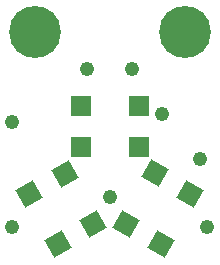
<source format=gts>
%FSLAX25Y25*%
%MOIN*%
G70*
G01*
G75*
G04 Layer_Color=128*
%ADD10P,0.08352X4X285.0*%
%ADD11P,0.08352X4X165.0*%
%ADD12R,0.05906X0.05906*%
%ADD13C,0.02500*%
%ADD14C,0.16500*%
%ADD15C,0.04000*%
%ADD16R,0.05000X0.08000*%
%ADD17R,0.17716X0.12205*%
%ADD18C,0.01000*%
%ADD19P,0.06937X4X285.0*%
%ADD20P,0.06937X4X165.0*%
%ADD21R,0.04906X0.04906*%
%ADD22R,0.04000X0.07000*%
%ADD23R,0.16716X0.11205*%
%ADD24P,0.09483X4X285.0*%
%ADD25P,0.09483X4X165.0*%
%ADD26R,0.06706X0.06706*%
%ADD27C,0.17300*%
%ADD28C,0.04800*%
D24*
X452356Y540298D02*
D03*
X464290Y533408D02*
D03*
X442710Y523592D02*
D03*
X454644Y516702D02*
D03*
D25*
X432000Y523500D02*
D03*
X420067Y516610D02*
D03*
X422354Y540207D02*
D03*
X410421Y533317D02*
D03*
D26*
X428000Y549000D02*
D03*
Y562780D02*
D03*
X447291Y549000D02*
D03*
Y562780D02*
D03*
D27*
X412500Y587500D02*
D03*
X462500D02*
D03*
D28*
X437500Y532500D02*
D03*
X405000Y557500D02*
D03*
X467500Y545000D02*
D03*
X405000Y522500D02*
D03*
X430000Y575000D02*
D03*
X445000D02*
D03*
X470000Y522500D02*
D03*
X455000Y560000D02*
D03*
M02*

</source>
